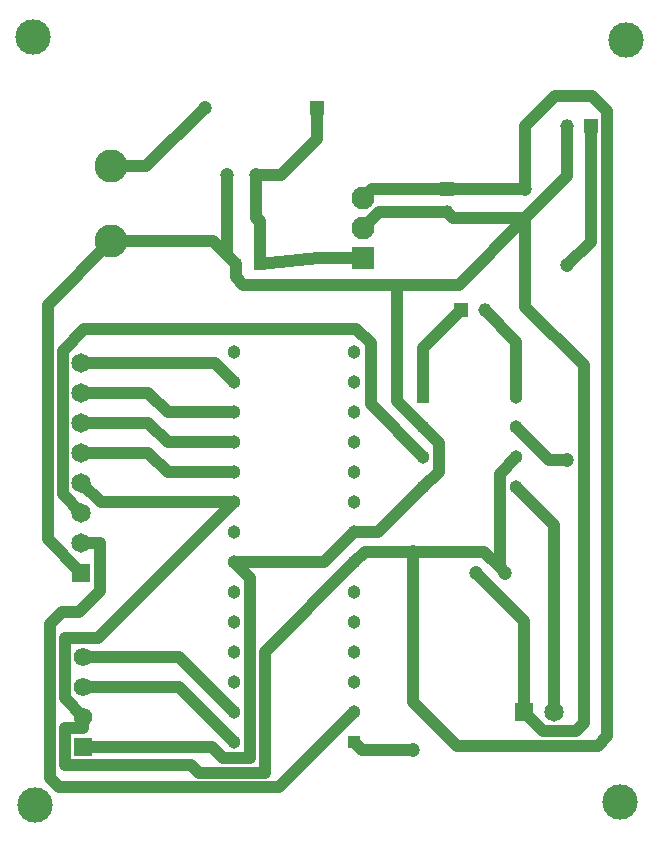
<source format=gbr>
%TF.GenerationSoftware,Altium Limited,Altium Designer,20.2.7 (254)*%
G04 Layer_Physical_Order=2*
G04 Layer_Color=16711680*
%FSLAX26Y26*%
%MOIN*%
%TF.SameCoordinates,6B6101E1-C1E4-40C1-A6FF-A8A0D89029E3*%
%TF.FilePolarity,Positive*%
%TF.FileFunction,Copper,L2,Bot,Signal*%
%TF.Part,Single*%
G01*
G75*
%TA.AperFunction,Conductor*%
%ADD10C,0.039370*%
%TA.AperFunction,ComponentPad*%
%ADD11C,0.076181*%
%ADD12R,0.076181X0.076181*%
%ADD13C,0.047244*%
%ADD14C,0.044606*%
%ADD15R,0.044606X0.044606*%
%ADD16C,0.043307*%
%ADD17R,0.043307X0.043307*%
%ADD18C,0.045276*%
%ADD19R,0.045276X0.045276*%
%ADD20R,0.045276X0.045276*%
%ADD21R,0.064961X0.064961*%
%ADD22C,0.064961*%
%ADD23R,0.064961X0.064961*%
%ADD24C,0.109843*%
%ADD25R,0.062008X0.062008*%
%ADD26C,0.062008*%
%ADD27R,0.047244X0.047244*%
%TA.AperFunction,ViaPad*%
%ADD28C,0.118110*%
D10*
X860000Y4105000D02*
X890000Y4075000D01*
X815000Y4150000D02*
X860000Y4105000D01*
X1427000Y4004000D02*
X1632426D01*
X915000D02*
X1427000D01*
X1718426Y3115000D02*
X1769000Y3064426D01*
X319310Y2526000D02*
X380000D01*
X1162000Y4095000D02*
X1315000D01*
X968740Y4075000D02*
X1162000Y4095000D01*
X890000Y4029000D02*
Y4075000D01*
X1427000Y3618000D02*
Y4004000D01*
Y3618000D02*
X1515000Y3530000D01*
X1850000Y2580000D02*
X1912166Y2517834D01*
X2023000D01*
X2049000Y2543834D01*
Y3736000D01*
X1855000Y3930000D02*
X2049000Y3736000D01*
X1855000Y3930000D02*
Y4226574D01*
X1366260Y4246260D02*
X1595000D01*
X1315000Y4195000D02*
X1366260Y4246260D01*
X1614686Y4226574D02*
X1855000D01*
X1595000Y4246260D02*
X1614686Y4226574D01*
X475000Y4150000D02*
X815000D01*
X860000Y4105000D02*
Y4370000D01*
X1345000Y4325000D02*
X1595000D01*
X1315000Y4295000D02*
X1345000Y4325000D01*
X1769000Y3374000D02*
X1825000Y3430000D01*
X1769000Y3064426D02*
Y3374000D01*
Y3064426D02*
X1788426Y3045000D01*
X1320000Y3115000D02*
X1480000D01*
X1285000Y3080000D02*
X1320000Y3115000D01*
X380000Y2526000D02*
Y2565000D01*
X319310Y2404310D02*
Y2526000D01*
Y2404310D02*
X740830D01*
X766500Y2378640D01*
X986360D01*
Y2781360D01*
X1285000Y3080000D01*
X440000Y3280000D02*
X885000D01*
X375000Y3345000D02*
X440000Y3280000D01*
X1311418Y2453582D02*
X1480000D01*
X1285000Y2480000D02*
X1311418Y2453582D01*
X700000Y2665000D02*
X885000Y2480000D01*
X380000Y2665000D02*
X700000D01*
X2073740Y4148740D02*
Y4535000D01*
X1995000Y4070000D02*
X2073740Y4148740D01*
X590984Y4400000D02*
X785984Y4595000D01*
X475000Y4400000D02*
X590984D01*
X820000Y3745000D02*
X885000Y3680000D01*
X375000Y3745000D02*
X820000D01*
X1339000Y3606000D02*
X1515000Y3430000D01*
X1339000Y3606000D02*
Y3810000D01*
X1291000Y3858000D02*
X1339000Y3810000D01*
X385000Y3858000D02*
X1291000D01*
X312000Y3785000D02*
X385000Y3858000D01*
X312000Y3308000D02*
Y3785000D01*
Y3308000D02*
X375000Y3245000D01*
X1632426Y4004000D02*
X1855000Y4226574D01*
X890000Y4029000D02*
X915000Y4004000D01*
X958426Y4370000D02*
X1040000D01*
X1160000Y4490000D01*
Y4595000D01*
X430690Y2825690D02*
X885000Y3280000D01*
X319310Y2825690D02*
X430690D01*
X319310Y2625690D02*
Y2825690D01*
Y2625690D02*
X380000Y2565000D01*
X375000Y3145000D02*
X438000D01*
Y2985000D02*
Y3145000D01*
X368000Y2915000D02*
X438000Y2985000D01*
X309880Y2915000D02*
X368000D01*
X269000Y2874120D02*
X309880Y2915000D01*
X269000Y2360000D02*
Y2874120D01*
Y2360000D02*
X300000Y2329000D01*
X1034000D01*
X1285000Y2580000D01*
X885000Y3080000D02*
X1185000D01*
X1285000Y3180000D01*
X262000Y3158000D02*
X375000Y3045000D01*
X262000Y3158000D02*
Y3937000D01*
X475000Y4150000D01*
X1825000Y3530000D02*
X1934606Y3420394D01*
X1995000D01*
X1515000Y3630000D02*
Y3795000D01*
X1640000Y3920000D01*
X1855000Y4325000D02*
Y4535000D01*
X1955000Y4635000D01*
X2077000D01*
X2127000Y4585000D01*
Y2499562D02*
Y4585000D01*
X2095902Y2468464D02*
X2127000Y2499562D01*
X1626536Y2468464D02*
X2095902D01*
X1480000Y2615000D02*
X1626536Y2468464D01*
X1480000Y2615000D02*
Y3115000D01*
X1825000Y3330000D02*
X1950000Y3205000D01*
Y2580000D02*
Y3205000D01*
X1515000Y3530000D02*
X1567000Y3478000D01*
Y3382000D02*
Y3478000D01*
X1515000Y3330000D02*
X1567000Y3382000D01*
X1825000Y3630000D02*
Y3813740D01*
X1718740Y3920000D02*
X1825000Y3813740D01*
X885000Y3080000D02*
X936990Y3028010D01*
Y2428010D02*
Y3028010D01*
X846990Y2428010D02*
X936990D01*
X810000Y2465000D02*
X846990Y2428010D01*
X380000Y2465000D02*
X810000D01*
X380000Y2765000D02*
X700000D01*
X885000Y2580000D01*
X1995000Y4366574D02*
Y4535000D01*
X1855000Y4226574D02*
X1995000Y4366574D01*
X1285000Y3180000D02*
X1365000D01*
X1515000Y3330000D01*
X1480000Y3115000D02*
X1718426D01*
X1850000Y2580000D02*
Y2885000D01*
X1690000Y3045000D02*
X1850000Y2885000D01*
X958426Y4227314D02*
Y4370000D01*
Y4227314D02*
X968740Y4217000D01*
Y4075000D02*
Y4217000D01*
X1595000Y4325000D02*
X1855000D01*
X662000Y3580000D02*
X885000D01*
X597000Y3645000D02*
X662000Y3580000D01*
X375000Y3645000D02*
X597000D01*
X662000Y3380000D02*
X885000D01*
X597000Y3445000D02*
X662000Y3380000D01*
X375000Y3445000D02*
X597000D01*
X662000Y3480000D02*
X885000D01*
X597000Y3545000D02*
X662000Y3480000D01*
X375000Y3545000D02*
X597000D01*
D11*
X1315000Y4295000D02*
D03*
Y4195000D02*
D03*
D12*
Y4095000D02*
D03*
D13*
X1995000Y4070000D02*
D03*
Y3420394D02*
D03*
X1855000Y4226574D02*
D03*
Y4325000D02*
D03*
X1690000Y3045000D02*
D03*
X1788426D02*
D03*
X860000Y4370000D02*
D03*
X958426D02*
D03*
X1480000Y2453582D02*
D03*
Y3115000D02*
D03*
X785984Y4595000D02*
D03*
D14*
X885000Y2480000D02*
D03*
Y2580000D02*
D03*
Y2680000D02*
D03*
Y2780000D02*
D03*
Y2880000D02*
D03*
Y2980000D02*
D03*
Y3080000D02*
D03*
Y3180000D02*
D03*
Y3280000D02*
D03*
Y3380000D02*
D03*
Y3480000D02*
D03*
Y3580000D02*
D03*
Y3680000D02*
D03*
Y3780000D02*
D03*
X1285000D02*
D03*
Y3680000D02*
D03*
Y3580000D02*
D03*
Y3480000D02*
D03*
Y3380000D02*
D03*
Y3280000D02*
D03*
Y3180000D02*
D03*
Y3080000D02*
D03*
Y2980000D02*
D03*
Y2880000D02*
D03*
Y2780000D02*
D03*
Y2680000D02*
D03*
Y2580000D02*
D03*
X1825000Y3630000D02*
D03*
Y3530000D02*
D03*
Y3430000D02*
D03*
Y3330000D02*
D03*
X1515000D02*
D03*
Y3430000D02*
D03*
Y3530000D02*
D03*
D15*
X1285000Y2480000D02*
D03*
X1515000Y3630000D02*
D03*
D16*
X890000Y4075000D02*
D03*
D17*
X968740D02*
D03*
D18*
X1995000Y4535000D02*
D03*
X1595000Y4246260D02*
D03*
X1718740Y3920000D02*
D03*
D19*
X2073740Y4535000D02*
D03*
X1640000Y3920000D02*
D03*
D20*
X1595000Y4325000D02*
D03*
D21*
X1850000Y2580000D02*
D03*
D22*
X1950000D02*
D03*
X375000Y3145000D02*
D03*
Y3245000D02*
D03*
Y3345000D02*
D03*
Y3445000D02*
D03*
Y3545000D02*
D03*
Y3645000D02*
D03*
Y3745000D02*
D03*
D23*
Y3045000D02*
D03*
D24*
X475000Y4150000D02*
D03*
Y4400000D02*
D03*
D25*
X380000Y2465000D02*
D03*
D26*
Y2565000D02*
D03*
Y2665000D02*
D03*
Y2765000D02*
D03*
D27*
X1160000Y4595000D02*
D03*
D28*
X2170000Y2280000D02*
D03*
X220000Y2270000D02*
D03*
X2190000Y4820000D02*
D03*
X215000Y4830000D02*
D03*
%TF.MD5,5dc6d05316e1b575e536bb872d60fc4b*%
M02*

</source>
